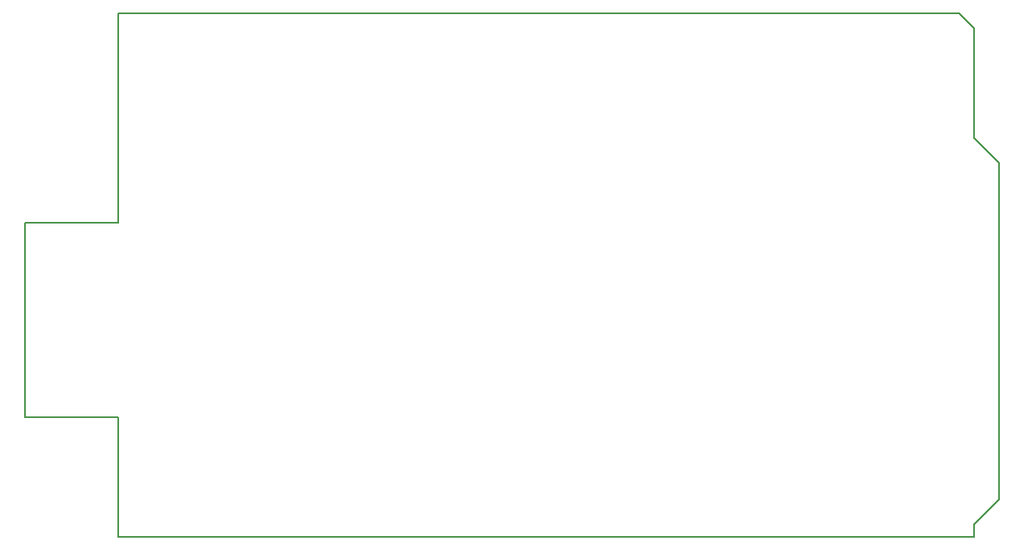
<source format=gbr>
G04 #@! TF.GenerationSoftware,KiCad,Pcbnew,(5.0.0)*
G04 #@! TF.CreationDate,2018-09-11T16:23:21+02:00*
G04 #@! TF.ProjectId,romprg_megadrive_cart,726F6D7072675F6D6567616472697665,1*
G04 #@! TF.SameCoordinates,Original*
G04 #@! TF.FileFunction,Profile,NP*
%FSLAX46Y46*%
G04 Gerber Fmt 4.6, Leading zero omitted, Abs format (unit mm)*
G04 Created by KiCad (PCBNEW (5.0.0)) date 09/11/18 16:23:21*
%MOMM*%
%LPD*%
G01*
G04 APERTURE LIST*
%ADD10C,0.150000*%
G04 APERTURE END LIST*
D10*
X59700000Y-123500000D02*
X59700000Y-102200000D01*
X50255000Y-123500000D02*
X59700000Y-123500000D01*
X59700000Y-143300000D02*
X59700000Y-155540000D01*
X50255000Y-143300000D02*
X59700000Y-143300000D01*
X50255000Y-123500000D02*
X50255000Y-143300000D01*
X59700000Y-155540000D02*
X146790000Y-155540000D01*
X146790000Y-154270000D02*
X146790000Y-155540000D01*
X146790000Y-154270000D02*
X149330000Y-151730000D01*
X149330000Y-117450000D02*
X149330000Y-151730000D01*
X149330000Y-117440000D02*
X146790000Y-114900000D01*
X146790000Y-114900000D02*
X146790000Y-103724000D01*
X145266000Y-102200000D02*
X146790000Y-103724000D01*
X59700000Y-102200000D02*
X145266000Y-102200000D01*
M02*

</source>
